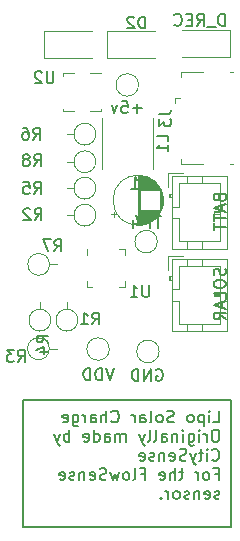
<source format=gbr>
%TF.GenerationSoftware,KiCad,Pcbnew,7.0.2*%
%TF.CreationDate,2024-02-22T17:54:16+01:00*%
%TF.ProjectId,flowsense,666c6f77-7365-46e7-9365-2e6b69636164,rev?*%
%TF.SameCoordinates,Original*%
%TF.FileFunction,Legend,Bot*%
%TF.FilePolarity,Positive*%
%FSLAX46Y46*%
G04 Gerber Fmt 4.6, Leading zero omitted, Abs format (unit mm)*
G04 Created by KiCad (PCBNEW 7.0.2) date 2024-02-22 17:54:16*
%MOMM*%
%LPD*%
G01*
G04 APERTURE LIST*
%ADD10C,0.150000*%
%ADD11C,0.120000*%
G04 APERTURE END LIST*
D10*
X84528614Y-67074419D02*
X85004804Y-67074419D01*
X85004804Y-67074419D02*
X85004804Y-66074419D01*
X84195280Y-67074419D02*
X84195280Y-66407752D01*
X84195280Y-66074419D02*
X84242899Y-66122038D01*
X84242899Y-66122038D02*
X84195280Y-66169657D01*
X84195280Y-66169657D02*
X84147661Y-66122038D01*
X84147661Y-66122038D02*
X84195280Y-66074419D01*
X84195280Y-66074419D02*
X84195280Y-66169657D01*
X83719090Y-66407752D02*
X83719090Y-67407752D01*
X83719090Y-66455371D02*
X83623852Y-66407752D01*
X83623852Y-66407752D02*
X83433376Y-66407752D01*
X83433376Y-66407752D02*
X83338138Y-66455371D01*
X83338138Y-66455371D02*
X83290519Y-66502990D01*
X83290519Y-66502990D02*
X83242900Y-66598228D01*
X83242900Y-66598228D02*
X83242900Y-66883942D01*
X83242900Y-66883942D02*
X83290519Y-66979180D01*
X83290519Y-66979180D02*
X83338138Y-67026800D01*
X83338138Y-67026800D02*
X83433376Y-67074419D01*
X83433376Y-67074419D02*
X83623852Y-67074419D01*
X83623852Y-67074419D02*
X83719090Y-67026800D01*
X82671471Y-67074419D02*
X82766709Y-67026800D01*
X82766709Y-67026800D02*
X82814328Y-66979180D01*
X82814328Y-66979180D02*
X82861947Y-66883942D01*
X82861947Y-66883942D02*
X82861947Y-66598228D01*
X82861947Y-66598228D02*
X82814328Y-66502990D01*
X82814328Y-66502990D02*
X82766709Y-66455371D01*
X82766709Y-66455371D02*
X82671471Y-66407752D01*
X82671471Y-66407752D02*
X82528614Y-66407752D01*
X82528614Y-66407752D02*
X82433376Y-66455371D01*
X82433376Y-66455371D02*
X82385757Y-66502990D01*
X82385757Y-66502990D02*
X82338138Y-66598228D01*
X82338138Y-66598228D02*
X82338138Y-66883942D01*
X82338138Y-66883942D02*
X82385757Y-66979180D01*
X82385757Y-66979180D02*
X82433376Y-67026800D01*
X82433376Y-67026800D02*
X82528614Y-67074419D01*
X82528614Y-67074419D02*
X82671471Y-67074419D01*
X81195280Y-67026800D02*
X81052423Y-67074419D01*
X81052423Y-67074419D02*
X80814328Y-67074419D01*
X80814328Y-67074419D02*
X80719090Y-67026800D01*
X80719090Y-67026800D02*
X80671471Y-66979180D01*
X80671471Y-66979180D02*
X80623852Y-66883942D01*
X80623852Y-66883942D02*
X80623852Y-66788704D01*
X80623852Y-66788704D02*
X80671471Y-66693466D01*
X80671471Y-66693466D02*
X80719090Y-66645847D01*
X80719090Y-66645847D02*
X80814328Y-66598228D01*
X80814328Y-66598228D02*
X81004804Y-66550609D01*
X81004804Y-66550609D02*
X81100042Y-66502990D01*
X81100042Y-66502990D02*
X81147661Y-66455371D01*
X81147661Y-66455371D02*
X81195280Y-66360133D01*
X81195280Y-66360133D02*
X81195280Y-66264895D01*
X81195280Y-66264895D02*
X81147661Y-66169657D01*
X81147661Y-66169657D02*
X81100042Y-66122038D01*
X81100042Y-66122038D02*
X81004804Y-66074419D01*
X81004804Y-66074419D02*
X80766709Y-66074419D01*
X80766709Y-66074419D02*
X80623852Y-66122038D01*
X80052423Y-67074419D02*
X80147661Y-67026800D01*
X80147661Y-67026800D02*
X80195280Y-66979180D01*
X80195280Y-66979180D02*
X80242899Y-66883942D01*
X80242899Y-66883942D02*
X80242899Y-66598228D01*
X80242899Y-66598228D02*
X80195280Y-66502990D01*
X80195280Y-66502990D02*
X80147661Y-66455371D01*
X80147661Y-66455371D02*
X80052423Y-66407752D01*
X80052423Y-66407752D02*
X79909566Y-66407752D01*
X79909566Y-66407752D02*
X79814328Y-66455371D01*
X79814328Y-66455371D02*
X79766709Y-66502990D01*
X79766709Y-66502990D02*
X79719090Y-66598228D01*
X79719090Y-66598228D02*
X79719090Y-66883942D01*
X79719090Y-66883942D02*
X79766709Y-66979180D01*
X79766709Y-66979180D02*
X79814328Y-67026800D01*
X79814328Y-67026800D02*
X79909566Y-67074419D01*
X79909566Y-67074419D02*
X80052423Y-67074419D01*
X79147661Y-67074419D02*
X79242899Y-67026800D01*
X79242899Y-67026800D02*
X79290518Y-66931561D01*
X79290518Y-66931561D02*
X79290518Y-66074419D01*
X78338137Y-67074419D02*
X78338137Y-66550609D01*
X78338137Y-66550609D02*
X78385756Y-66455371D01*
X78385756Y-66455371D02*
X78480994Y-66407752D01*
X78480994Y-66407752D02*
X78671470Y-66407752D01*
X78671470Y-66407752D02*
X78766708Y-66455371D01*
X78338137Y-67026800D02*
X78433375Y-67074419D01*
X78433375Y-67074419D02*
X78671470Y-67074419D01*
X78671470Y-67074419D02*
X78766708Y-67026800D01*
X78766708Y-67026800D02*
X78814327Y-66931561D01*
X78814327Y-66931561D02*
X78814327Y-66836323D01*
X78814327Y-66836323D02*
X78766708Y-66741085D01*
X78766708Y-66741085D02*
X78671470Y-66693466D01*
X78671470Y-66693466D02*
X78433375Y-66693466D01*
X78433375Y-66693466D02*
X78338137Y-66645847D01*
X77861946Y-67074419D02*
X77861946Y-66407752D01*
X77861946Y-66598228D02*
X77814327Y-66502990D01*
X77814327Y-66502990D02*
X77766708Y-66455371D01*
X77766708Y-66455371D02*
X77671470Y-66407752D01*
X77671470Y-66407752D02*
X77576232Y-66407752D01*
X75909565Y-66979180D02*
X75957184Y-67026800D01*
X75957184Y-67026800D02*
X76100041Y-67074419D01*
X76100041Y-67074419D02*
X76195279Y-67074419D01*
X76195279Y-67074419D02*
X76338136Y-67026800D01*
X76338136Y-67026800D02*
X76433374Y-66931561D01*
X76433374Y-66931561D02*
X76480993Y-66836323D01*
X76480993Y-66836323D02*
X76528612Y-66645847D01*
X76528612Y-66645847D02*
X76528612Y-66502990D01*
X76528612Y-66502990D02*
X76480993Y-66312514D01*
X76480993Y-66312514D02*
X76433374Y-66217276D01*
X76433374Y-66217276D02*
X76338136Y-66122038D01*
X76338136Y-66122038D02*
X76195279Y-66074419D01*
X76195279Y-66074419D02*
X76100041Y-66074419D01*
X76100041Y-66074419D02*
X75957184Y-66122038D01*
X75957184Y-66122038D02*
X75909565Y-66169657D01*
X75480993Y-67074419D02*
X75480993Y-66074419D01*
X75052422Y-67074419D02*
X75052422Y-66550609D01*
X75052422Y-66550609D02*
X75100041Y-66455371D01*
X75100041Y-66455371D02*
X75195279Y-66407752D01*
X75195279Y-66407752D02*
X75338136Y-66407752D01*
X75338136Y-66407752D02*
X75433374Y-66455371D01*
X75433374Y-66455371D02*
X75480993Y-66502990D01*
X74147660Y-67074419D02*
X74147660Y-66550609D01*
X74147660Y-66550609D02*
X74195279Y-66455371D01*
X74195279Y-66455371D02*
X74290517Y-66407752D01*
X74290517Y-66407752D02*
X74480993Y-66407752D01*
X74480993Y-66407752D02*
X74576231Y-66455371D01*
X74147660Y-67026800D02*
X74242898Y-67074419D01*
X74242898Y-67074419D02*
X74480993Y-67074419D01*
X74480993Y-67074419D02*
X74576231Y-67026800D01*
X74576231Y-67026800D02*
X74623850Y-66931561D01*
X74623850Y-66931561D02*
X74623850Y-66836323D01*
X74623850Y-66836323D02*
X74576231Y-66741085D01*
X74576231Y-66741085D02*
X74480993Y-66693466D01*
X74480993Y-66693466D02*
X74242898Y-66693466D01*
X74242898Y-66693466D02*
X74147660Y-66645847D01*
X73671469Y-67074419D02*
X73671469Y-66407752D01*
X73671469Y-66598228D02*
X73623850Y-66502990D01*
X73623850Y-66502990D02*
X73576231Y-66455371D01*
X73576231Y-66455371D02*
X73480993Y-66407752D01*
X73480993Y-66407752D02*
X73385755Y-66407752D01*
X72623850Y-66407752D02*
X72623850Y-67217276D01*
X72623850Y-67217276D02*
X72671469Y-67312514D01*
X72671469Y-67312514D02*
X72719088Y-67360133D01*
X72719088Y-67360133D02*
X72814326Y-67407752D01*
X72814326Y-67407752D02*
X72957183Y-67407752D01*
X72957183Y-67407752D02*
X73052421Y-67360133D01*
X72623850Y-67026800D02*
X72719088Y-67074419D01*
X72719088Y-67074419D02*
X72909564Y-67074419D01*
X72909564Y-67074419D02*
X73004802Y-67026800D01*
X73004802Y-67026800D02*
X73052421Y-66979180D01*
X73052421Y-66979180D02*
X73100040Y-66883942D01*
X73100040Y-66883942D02*
X73100040Y-66598228D01*
X73100040Y-66598228D02*
X73052421Y-66502990D01*
X73052421Y-66502990D02*
X73004802Y-66455371D01*
X73004802Y-66455371D02*
X72909564Y-66407752D01*
X72909564Y-66407752D02*
X72719088Y-66407752D01*
X72719088Y-66407752D02*
X72623850Y-66455371D01*
X71766707Y-67026800D02*
X71861945Y-67074419D01*
X71861945Y-67074419D02*
X72052421Y-67074419D01*
X72052421Y-67074419D02*
X72147659Y-67026800D01*
X72147659Y-67026800D02*
X72195278Y-66931561D01*
X72195278Y-66931561D02*
X72195278Y-66550609D01*
X72195278Y-66550609D02*
X72147659Y-66455371D01*
X72147659Y-66455371D02*
X72052421Y-66407752D01*
X72052421Y-66407752D02*
X71861945Y-66407752D01*
X71861945Y-66407752D02*
X71766707Y-66455371D01*
X71766707Y-66455371D02*
X71719088Y-66550609D01*
X71719088Y-66550609D02*
X71719088Y-66645847D01*
X71719088Y-66645847D02*
X72195278Y-66741085D01*
X84814328Y-67694419D02*
X84623852Y-67694419D01*
X84623852Y-67694419D02*
X84528614Y-67742038D01*
X84528614Y-67742038D02*
X84433376Y-67837276D01*
X84433376Y-67837276D02*
X84385757Y-68027752D01*
X84385757Y-68027752D02*
X84385757Y-68361085D01*
X84385757Y-68361085D02*
X84433376Y-68551561D01*
X84433376Y-68551561D02*
X84528614Y-68646800D01*
X84528614Y-68646800D02*
X84623852Y-68694419D01*
X84623852Y-68694419D02*
X84814328Y-68694419D01*
X84814328Y-68694419D02*
X84909566Y-68646800D01*
X84909566Y-68646800D02*
X85004804Y-68551561D01*
X85004804Y-68551561D02*
X85052423Y-68361085D01*
X85052423Y-68361085D02*
X85052423Y-68027752D01*
X85052423Y-68027752D02*
X85004804Y-67837276D01*
X85004804Y-67837276D02*
X84909566Y-67742038D01*
X84909566Y-67742038D02*
X84814328Y-67694419D01*
X83957185Y-68694419D02*
X83957185Y-68027752D01*
X83957185Y-68218228D02*
X83909566Y-68122990D01*
X83909566Y-68122990D02*
X83861947Y-68075371D01*
X83861947Y-68075371D02*
X83766709Y-68027752D01*
X83766709Y-68027752D02*
X83671471Y-68027752D01*
X83338137Y-68694419D02*
X83338137Y-68027752D01*
X83338137Y-67694419D02*
X83385756Y-67742038D01*
X83385756Y-67742038D02*
X83338137Y-67789657D01*
X83338137Y-67789657D02*
X83290518Y-67742038D01*
X83290518Y-67742038D02*
X83338137Y-67694419D01*
X83338137Y-67694419D02*
X83338137Y-67789657D01*
X82433376Y-68027752D02*
X82433376Y-68837276D01*
X82433376Y-68837276D02*
X82480995Y-68932514D01*
X82480995Y-68932514D02*
X82528614Y-68980133D01*
X82528614Y-68980133D02*
X82623852Y-69027752D01*
X82623852Y-69027752D02*
X82766709Y-69027752D01*
X82766709Y-69027752D02*
X82861947Y-68980133D01*
X82433376Y-68646800D02*
X82528614Y-68694419D01*
X82528614Y-68694419D02*
X82719090Y-68694419D01*
X82719090Y-68694419D02*
X82814328Y-68646800D01*
X82814328Y-68646800D02*
X82861947Y-68599180D01*
X82861947Y-68599180D02*
X82909566Y-68503942D01*
X82909566Y-68503942D02*
X82909566Y-68218228D01*
X82909566Y-68218228D02*
X82861947Y-68122990D01*
X82861947Y-68122990D02*
X82814328Y-68075371D01*
X82814328Y-68075371D02*
X82719090Y-68027752D01*
X82719090Y-68027752D02*
X82528614Y-68027752D01*
X82528614Y-68027752D02*
X82433376Y-68075371D01*
X81957185Y-68694419D02*
X81957185Y-68027752D01*
X81957185Y-67694419D02*
X82004804Y-67742038D01*
X82004804Y-67742038D02*
X81957185Y-67789657D01*
X81957185Y-67789657D02*
X81909566Y-67742038D01*
X81909566Y-67742038D02*
X81957185Y-67694419D01*
X81957185Y-67694419D02*
X81957185Y-67789657D01*
X81480995Y-68027752D02*
X81480995Y-68694419D01*
X81480995Y-68122990D02*
X81433376Y-68075371D01*
X81433376Y-68075371D02*
X81338138Y-68027752D01*
X81338138Y-68027752D02*
X81195281Y-68027752D01*
X81195281Y-68027752D02*
X81100043Y-68075371D01*
X81100043Y-68075371D02*
X81052424Y-68170609D01*
X81052424Y-68170609D02*
X81052424Y-68694419D01*
X80147662Y-68694419D02*
X80147662Y-68170609D01*
X80147662Y-68170609D02*
X80195281Y-68075371D01*
X80195281Y-68075371D02*
X80290519Y-68027752D01*
X80290519Y-68027752D02*
X80480995Y-68027752D01*
X80480995Y-68027752D02*
X80576233Y-68075371D01*
X80147662Y-68646800D02*
X80242900Y-68694419D01*
X80242900Y-68694419D02*
X80480995Y-68694419D01*
X80480995Y-68694419D02*
X80576233Y-68646800D01*
X80576233Y-68646800D02*
X80623852Y-68551561D01*
X80623852Y-68551561D02*
X80623852Y-68456323D01*
X80623852Y-68456323D02*
X80576233Y-68361085D01*
X80576233Y-68361085D02*
X80480995Y-68313466D01*
X80480995Y-68313466D02*
X80242900Y-68313466D01*
X80242900Y-68313466D02*
X80147662Y-68265847D01*
X79528614Y-68694419D02*
X79623852Y-68646800D01*
X79623852Y-68646800D02*
X79671471Y-68551561D01*
X79671471Y-68551561D02*
X79671471Y-67694419D01*
X79004804Y-68694419D02*
X79100042Y-68646800D01*
X79100042Y-68646800D02*
X79147661Y-68551561D01*
X79147661Y-68551561D02*
X79147661Y-67694419D01*
X78719089Y-68027752D02*
X78480994Y-68694419D01*
X78242899Y-68027752D02*
X78480994Y-68694419D01*
X78480994Y-68694419D02*
X78576232Y-68932514D01*
X78576232Y-68932514D02*
X78623851Y-68980133D01*
X78623851Y-68980133D02*
X78719089Y-69027752D01*
X77100041Y-68694419D02*
X77100041Y-68027752D01*
X77100041Y-68122990D02*
X77052422Y-68075371D01*
X77052422Y-68075371D02*
X76957184Y-68027752D01*
X76957184Y-68027752D02*
X76814327Y-68027752D01*
X76814327Y-68027752D02*
X76719089Y-68075371D01*
X76719089Y-68075371D02*
X76671470Y-68170609D01*
X76671470Y-68170609D02*
X76671470Y-68694419D01*
X76671470Y-68170609D02*
X76623851Y-68075371D01*
X76623851Y-68075371D02*
X76528613Y-68027752D01*
X76528613Y-68027752D02*
X76385756Y-68027752D01*
X76385756Y-68027752D02*
X76290517Y-68075371D01*
X76290517Y-68075371D02*
X76242898Y-68170609D01*
X76242898Y-68170609D02*
X76242898Y-68694419D01*
X75338137Y-68694419D02*
X75338137Y-68170609D01*
X75338137Y-68170609D02*
X75385756Y-68075371D01*
X75385756Y-68075371D02*
X75480994Y-68027752D01*
X75480994Y-68027752D02*
X75671470Y-68027752D01*
X75671470Y-68027752D02*
X75766708Y-68075371D01*
X75338137Y-68646800D02*
X75433375Y-68694419D01*
X75433375Y-68694419D02*
X75671470Y-68694419D01*
X75671470Y-68694419D02*
X75766708Y-68646800D01*
X75766708Y-68646800D02*
X75814327Y-68551561D01*
X75814327Y-68551561D02*
X75814327Y-68456323D01*
X75814327Y-68456323D02*
X75766708Y-68361085D01*
X75766708Y-68361085D02*
X75671470Y-68313466D01*
X75671470Y-68313466D02*
X75433375Y-68313466D01*
X75433375Y-68313466D02*
X75338137Y-68265847D01*
X74433375Y-68694419D02*
X74433375Y-67694419D01*
X74433375Y-68646800D02*
X74528613Y-68694419D01*
X74528613Y-68694419D02*
X74719089Y-68694419D01*
X74719089Y-68694419D02*
X74814327Y-68646800D01*
X74814327Y-68646800D02*
X74861946Y-68599180D01*
X74861946Y-68599180D02*
X74909565Y-68503942D01*
X74909565Y-68503942D02*
X74909565Y-68218228D01*
X74909565Y-68218228D02*
X74861946Y-68122990D01*
X74861946Y-68122990D02*
X74814327Y-68075371D01*
X74814327Y-68075371D02*
X74719089Y-68027752D01*
X74719089Y-68027752D02*
X74528613Y-68027752D01*
X74528613Y-68027752D02*
X74433375Y-68075371D01*
X73576232Y-68646800D02*
X73671470Y-68694419D01*
X73671470Y-68694419D02*
X73861946Y-68694419D01*
X73861946Y-68694419D02*
X73957184Y-68646800D01*
X73957184Y-68646800D02*
X74004803Y-68551561D01*
X74004803Y-68551561D02*
X74004803Y-68170609D01*
X74004803Y-68170609D02*
X73957184Y-68075371D01*
X73957184Y-68075371D02*
X73861946Y-68027752D01*
X73861946Y-68027752D02*
X73671470Y-68027752D01*
X73671470Y-68027752D02*
X73576232Y-68075371D01*
X73576232Y-68075371D02*
X73528613Y-68170609D01*
X73528613Y-68170609D02*
X73528613Y-68265847D01*
X73528613Y-68265847D02*
X74004803Y-68361085D01*
X72338136Y-68694419D02*
X72338136Y-67694419D01*
X72338136Y-68075371D02*
X72242898Y-68027752D01*
X72242898Y-68027752D02*
X72052422Y-68027752D01*
X72052422Y-68027752D02*
X71957184Y-68075371D01*
X71957184Y-68075371D02*
X71909565Y-68122990D01*
X71909565Y-68122990D02*
X71861946Y-68218228D01*
X71861946Y-68218228D02*
X71861946Y-68503942D01*
X71861946Y-68503942D02*
X71909565Y-68599180D01*
X71909565Y-68599180D02*
X71957184Y-68646800D01*
X71957184Y-68646800D02*
X72052422Y-68694419D01*
X72052422Y-68694419D02*
X72242898Y-68694419D01*
X72242898Y-68694419D02*
X72338136Y-68646800D01*
X71528612Y-68027752D02*
X71290517Y-68694419D01*
X71052422Y-68027752D02*
X71290517Y-68694419D01*
X71290517Y-68694419D02*
X71385755Y-68932514D01*
X71385755Y-68932514D02*
X71433374Y-68980133D01*
X71433374Y-68980133D02*
X71528612Y-69027752D01*
X84433376Y-70219180D02*
X84480995Y-70266800D01*
X84480995Y-70266800D02*
X84623852Y-70314419D01*
X84623852Y-70314419D02*
X84719090Y-70314419D01*
X84719090Y-70314419D02*
X84861947Y-70266800D01*
X84861947Y-70266800D02*
X84957185Y-70171561D01*
X84957185Y-70171561D02*
X85004804Y-70076323D01*
X85004804Y-70076323D02*
X85052423Y-69885847D01*
X85052423Y-69885847D02*
X85052423Y-69742990D01*
X85052423Y-69742990D02*
X85004804Y-69552514D01*
X85004804Y-69552514D02*
X84957185Y-69457276D01*
X84957185Y-69457276D02*
X84861947Y-69362038D01*
X84861947Y-69362038D02*
X84719090Y-69314419D01*
X84719090Y-69314419D02*
X84623852Y-69314419D01*
X84623852Y-69314419D02*
X84480995Y-69362038D01*
X84480995Y-69362038D02*
X84433376Y-69409657D01*
X84004804Y-70314419D02*
X84004804Y-69647752D01*
X84004804Y-69314419D02*
X84052423Y-69362038D01*
X84052423Y-69362038D02*
X84004804Y-69409657D01*
X84004804Y-69409657D02*
X83957185Y-69362038D01*
X83957185Y-69362038D02*
X84004804Y-69314419D01*
X84004804Y-69314419D02*
X84004804Y-69409657D01*
X83671471Y-69647752D02*
X83290519Y-69647752D01*
X83528614Y-69314419D02*
X83528614Y-70171561D01*
X83528614Y-70171561D02*
X83480995Y-70266800D01*
X83480995Y-70266800D02*
X83385757Y-70314419D01*
X83385757Y-70314419D02*
X83290519Y-70314419D01*
X83052423Y-69647752D02*
X82814328Y-70314419D01*
X82576233Y-69647752D02*
X82814328Y-70314419D01*
X82814328Y-70314419D02*
X82909566Y-70552514D01*
X82909566Y-70552514D02*
X82957185Y-70600133D01*
X82957185Y-70600133D02*
X83052423Y-70647752D01*
X82242899Y-70266800D02*
X82100042Y-70314419D01*
X82100042Y-70314419D02*
X81861947Y-70314419D01*
X81861947Y-70314419D02*
X81766709Y-70266800D01*
X81766709Y-70266800D02*
X81719090Y-70219180D01*
X81719090Y-70219180D02*
X81671471Y-70123942D01*
X81671471Y-70123942D02*
X81671471Y-70028704D01*
X81671471Y-70028704D02*
X81719090Y-69933466D01*
X81719090Y-69933466D02*
X81766709Y-69885847D01*
X81766709Y-69885847D02*
X81861947Y-69838228D01*
X81861947Y-69838228D02*
X82052423Y-69790609D01*
X82052423Y-69790609D02*
X82147661Y-69742990D01*
X82147661Y-69742990D02*
X82195280Y-69695371D01*
X82195280Y-69695371D02*
X82242899Y-69600133D01*
X82242899Y-69600133D02*
X82242899Y-69504895D01*
X82242899Y-69504895D02*
X82195280Y-69409657D01*
X82195280Y-69409657D02*
X82147661Y-69362038D01*
X82147661Y-69362038D02*
X82052423Y-69314419D01*
X82052423Y-69314419D02*
X81814328Y-69314419D01*
X81814328Y-69314419D02*
X81671471Y-69362038D01*
X80861947Y-70266800D02*
X80957185Y-70314419D01*
X80957185Y-70314419D02*
X81147661Y-70314419D01*
X81147661Y-70314419D02*
X81242899Y-70266800D01*
X81242899Y-70266800D02*
X81290518Y-70171561D01*
X81290518Y-70171561D02*
X81290518Y-69790609D01*
X81290518Y-69790609D02*
X81242899Y-69695371D01*
X81242899Y-69695371D02*
X81147661Y-69647752D01*
X81147661Y-69647752D02*
X80957185Y-69647752D01*
X80957185Y-69647752D02*
X80861947Y-69695371D01*
X80861947Y-69695371D02*
X80814328Y-69790609D01*
X80814328Y-69790609D02*
X80814328Y-69885847D01*
X80814328Y-69885847D02*
X81290518Y-69981085D01*
X80385756Y-69647752D02*
X80385756Y-70314419D01*
X80385756Y-69742990D02*
X80338137Y-69695371D01*
X80338137Y-69695371D02*
X80242899Y-69647752D01*
X80242899Y-69647752D02*
X80100042Y-69647752D01*
X80100042Y-69647752D02*
X80004804Y-69695371D01*
X80004804Y-69695371D02*
X79957185Y-69790609D01*
X79957185Y-69790609D02*
X79957185Y-70314419D01*
X79528613Y-70266800D02*
X79433375Y-70314419D01*
X79433375Y-70314419D02*
X79242899Y-70314419D01*
X79242899Y-70314419D02*
X79147661Y-70266800D01*
X79147661Y-70266800D02*
X79100042Y-70171561D01*
X79100042Y-70171561D02*
X79100042Y-70123942D01*
X79100042Y-70123942D02*
X79147661Y-70028704D01*
X79147661Y-70028704D02*
X79242899Y-69981085D01*
X79242899Y-69981085D02*
X79385756Y-69981085D01*
X79385756Y-69981085D02*
X79480994Y-69933466D01*
X79480994Y-69933466D02*
X79528613Y-69838228D01*
X79528613Y-69838228D02*
X79528613Y-69790609D01*
X79528613Y-69790609D02*
X79480994Y-69695371D01*
X79480994Y-69695371D02*
X79385756Y-69647752D01*
X79385756Y-69647752D02*
X79242899Y-69647752D01*
X79242899Y-69647752D02*
X79147661Y-69695371D01*
X78290518Y-70266800D02*
X78385756Y-70314419D01*
X78385756Y-70314419D02*
X78576232Y-70314419D01*
X78576232Y-70314419D02*
X78671470Y-70266800D01*
X78671470Y-70266800D02*
X78719089Y-70171561D01*
X78719089Y-70171561D02*
X78719089Y-69790609D01*
X78719089Y-69790609D02*
X78671470Y-69695371D01*
X78671470Y-69695371D02*
X78576232Y-69647752D01*
X78576232Y-69647752D02*
X78385756Y-69647752D01*
X78385756Y-69647752D02*
X78290518Y-69695371D01*
X78290518Y-69695371D02*
X78242899Y-69790609D01*
X78242899Y-69790609D02*
X78242899Y-69885847D01*
X78242899Y-69885847D02*
X78719089Y-69981085D01*
X84671471Y-71410609D02*
X85004804Y-71410609D01*
X85004804Y-71934419D02*
X85004804Y-70934419D01*
X85004804Y-70934419D02*
X84528614Y-70934419D01*
X84004804Y-71934419D02*
X84100042Y-71886800D01*
X84100042Y-71886800D02*
X84147661Y-71839180D01*
X84147661Y-71839180D02*
X84195280Y-71743942D01*
X84195280Y-71743942D02*
X84195280Y-71458228D01*
X84195280Y-71458228D02*
X84147661Y-71362990D01*
X84147661Y-71362990D02*
X84100042Y-71315371D01*
X84100042Y-71315371D02*
X84004804Y-71267752D01*
X84004804Y-71267752D02*
X83861947Y-71267752D01*
X83861947Y-71267752D02*
X83766709Y-71315371D01*
X83766709Y-71315371D02*
X83719090Y-71362990D01*
X83719090Y-71362990D02*
X83671471Y-71458228D01*
X83671471Y-71458228D02*
X83671471Y-71743942D01*
X83671471Y-71743942D02*
X83719090Y-71839180D01*
X83719090Y-71839180D02*
X83766709Y-71886800D01*
X83766709Y-71886800D02*
X83861947Y-71934419D01*
X83861947Y-71934419D02*
X84004804Y-71934419D01*
X83242899Y-71934419D02*
X83242899Y-71267752D01*
X83242899Y-71458228D02*
X83195280Y-71362990D01*
X83195280Y-71362990D02*
X83147661Y-71315371D01*
X83147661Y-71315371D02*
X83052423Y-71267752D01*
X83052423Y-71267752D02*
X82957185Y-71267752D01*
X82004803Y-71267752D02*
X81623851Y-71267752D01*
X81861946Y-70934419D02*
X81861946Y-71791561D01*
X81861946Y-71791561D02*
X81814327Y-71886800D01*
X81814327Y-71886800D02*
X81719089Y-71934419D01*
X81719089Y-71934419D02*
X81623851Y-71934419D01*
X81290517Y-71934419D02*
X81290517Y-70934419D01*
X80861946Y-71934419D02*
X80861946Y-71410609D01*
X80861946Y-71410609D02*
X80909565Y-71315371D01*
X80909565Y-71315371D02*
X81004803Y-71267752D01*
X81004803Y-71267752D02*
X81147660Y-71267752D01*
X81147660Y-71267752D02*
X81242898Y-71315371D01*
X81242898Y-71315371D02*
X81290517Y-71362990D01*
X80004803Y-71886800D02*
X80100041Y-71934419D01*
X80100041Y-71934419D02*
X80290517Y-71934419D01*
X80290517Y-71934419D02*
X80385755Y-71886800D01*
X80385755Y-71886800D02*
X80433374Y-71791561D01*
X80433374Y-71791561D02*
X80433374Y-71410609D01*
X80433374Y-71410609D02*
X80385755Y-71315371D01*
X80385755Y-71315371D02*
X80290517Y-71267752D01*
X80290517Y-71267752D02*
X80100041Y-71267752D01*
X80100041Y-71267752D02*
X80004803Y-71315371D01*
X80004803Y-71315371D02*
X79957184Y-71410609D01*
X79957184Y-71410609D02*
X79957184Y-71505847D01*
X79957184Y-71505847D02*
X80433374Y-71601085D01*
X78433374Y-71410609D02*
X78766707Y-71410609D01*
X78766707Y-71934419D02*
X78766707Y-70934419D01*
X78766707Y-70934419D02*
X78290517Y-70934419D01*
X77766707Y-71934419D02*
X77861945Y-71886800D01*
X77861945Y-71886800D02*
X77909564Y-71791561D01*
X77909564Y-71791561D02*
X77909564Y-70934419D01*
X77242897Y-71934419D02*
X77338135Y-71886800D01*
X77338135Y-71886800D02*
X77385754Y-71839180D01*
X77385754Y-71839180D02*
X77433373Y-71743942D01*
X77433373Y-71743942D02*
X77433373Y-71458228D01*
X77433373Y-71458228D02*
X77385754Y-71362990D01*
X77385754Y-71362990D02*
X77338135Y-71315371D01*
X77338135Y-71315371D02*
X77242897Y-71267752D01*
X77242897Y-71267752D02*
X77100040Y-71267752D01*
X77100040Y-71267752D02*
X77004802Y-71315371D01*
X77004802Y-71315371D02*
X76957183Y-71362990D01*
X76957183Y-71362990D02*
X76909564Y-71458228D01*
X76909564Y-71458228D02*
X76909564Y-71743942D01*
X76909564Y-71743942D02*
X76957183Y-71839180D01*
X76957183Y-71839180D02*
X77004802Y-71886800D01*
X77004802Y-71886800D02*
X77100040Y-71934419D01*
X77100040Y-71934419D02*
X77242897Y-71934419D01*
X76576230Y-71267752D02*
X76385754Y-71934419D01*
X76385754Y-71934419D02*
X76195278Y-71458228D01*
X76195278Y-71458228D02*
X76004802Y-71934419D01*
X76004802Y-71934419D02*
X75814326Y-71267752D01*
X75480992Y-71886800D02*
X75338135Y-71934419D01*
X75338135Y-71934419D02*
X75100040Y-71934419D01*
X75100040Y-71934419D02*
X75004802Y-71886800D01*
X75004802Y-71886800D02*
X74957183Y-71839180D01*
X74957183Y-71839180D02*
X74909564Y-71743942D01*
X74909564Y-71743942D02*
X74909564Y-71648704D01*
X74909564Y-71648704D02*
X74957183Y-71553466D01*
X74957183Y-71553466D02*
X75004802Y-71505847D01*
X75004802Y-71505847D02*
X75100040Y-71458228D01*
X75100040Y-71458228D02*
X75290516Y-71410609D01*
X75290516Y-71410609D02*
X75385754Y-71362990D01*
X75385754Y-71362990D02*
X75433373Y-71315371D01*
X75433373Y-71315371D02*
X75480992Y-71220133D01*
X75480992Y-71220133D02*
X75480992Y-71124895D01*
X75480992Y-71124895D02*
X75433373Y-71029657D01*
X75433373Y-71029657D02*
X75385754Y-70982038D01*
X75385754Y-70982038D02*
X75290516Y-70934419D01*
X75290516Y-70934419D02*
X75052421Y-70934419D01*
X75052421Y-70934419D02*
X74909564Y-70982038D01*
X74100040Y-71886800D02*
X74195278Y-71934419D01*
X74195278Y-71934419D02*
X74385754Y-71934419D01*
X74385754Y-71934419D02*
X74480992Y-71886800D01*
X74480992Y-71886800D02*
X74528611Y-71791561D01*
X74528611Y-71791561D02*
X74528611Y-71410609D01*
X74528611Y-71410609D02*
X74480992Y-71315371D01*
X74480992Y-71315371D02*
X74385754Y-71267752D01*
X74385754Y-71267752D02*
X74195278Y-71267752D01*
X74195278Y-71267752D02*
X74100040Y-71315371D01*
X74100040Y-71315371D02*
X74052421Y-71410609D01*
X74052421Y-71410609D02*
X74052421Y-71505847D01*
X74052421Y-71505847D02*
X74528611Y-71601085D01*
X73623849Y-71267752D02*
X73623849Y-71934419D01*
X73623849Y-71362990D02*
X73576230Y-71315371D01*
X73576230Y-71315371D02*
X73480992Y-71267752D01*
X73480992Y-71267752D02*
X73338135Y-71267752D01*
X73338135Y-71267752D02*
X73242897Y-71315371D01*
X73242897Y-71315371D02*
X73195278Y-71410609D01*
X73195278Y-71410609D02*
X73195278Y-71934419D01*
X72766706Y-71886800D02*
X72671468Y-71934419D01*
X72671468Y-71934419D02*
X72480992Y-71934419D01*
X72480992Y-71934419D02*
X72385754Y-71886800D01*
X72385754Y-71886800D02*
X72338135Y-71791561D01*
X72338135Y-71791561D02*
X72338135Y-71743942D01*
X72338135Y-71743942D02*
X72385754Y-71648704D01*
X72385754Y-71648704D02*
X72480992Y-71601085D01*
X72480992Y-71601085D02*
X72623849Y-71601085D01*
X72623849Y-71601085D02*
X72719087Y-71553466D01*
X72719087Y-71553466D02*
X72766706Y-71458228D01*
X72766706Y-71458228D02*
X72766706Y-71410609D01*
X72766706Y-71410609D02*
X72719087Y-71315371D01*
X72719087Y-71315371D02*
X72623849Y-71267752D01*
X72623849Y-71267752D02*
X72480992Y-71267752D01*
X72480992Y-71267752D02*
X72385754Y-71315371D01*
X71528611Y-71886800D02*
X71623849Y-71934419D01*
X71623849Y-71934419D02*
X71814325Y-71934419D01*
X71814325Y-71934419D02*
X71909563Y-71886800D01*
X71909563Y-71886800D02*
X71957182Y-71791561D01*
X71957182Y-71791561D02*
X71957182Y-71410609D01*
X71957182Y-71410609D02*
X71909563Y-71315371D01*
X71909563Y-71315371D02*
X71814325Y-71267752D01*
X71814325Y-71267752D02*
X71623849Y-71267752D01*
X71623849Y-71267752D02*
X71528611Y-71315371D01*
X71528611Y-71315371D02*
X71480992Y-71410609D01*
X71480992Y-71410609D02*
X71480992Y-71505847D01*
X71480992Y-71505847D02*
X71957182Y-71601085D01*
X85052423Y-73506800D02*
X84957185Y-73554419D01*
X84957185Y-73554419D02*
X84766709Y-73554419D01*
X84766709Y-73554419D02*
X84671471Y-73506800D01*
X84671471Y-73506800D02*
X84623852Y-73411561D01*
X84623852Y-73411561D02*
X84623852Y-73363942D01*
X84623852Y-73363942D02*
X84671471Y-73268704D01*
X84671471Y-73268704D02*
X84766709Y-73221085D01*
X84766709Y-73221085D02*
X84909566Y-73221085D01*
X84909566Y-73221085D02*
X85004804Y-73173466D01*
X85004804Y-73173466D02*
X85052423Y-73078228D01*
X85052423Y-73078228D02*
X85052423Y-73030609D01*
X85052423Y-73030609D02*
X85004804Y-72935371D01*
X85004804Y-72935371D02*
X84909566Y-72887752D01*
X84909566Y-72887752D02*
X84766709Y-72887752D01*
X84766709Y-72887752D02*
X84671471Y-72935371D01*
X83814328Y-73506800D02*
X83909566Y-73554419D01*
X83909566Y-73554419D02*
X84100042Y-73554419D01*
X84100042Y-73554419D02*
X84195280Y-73506800D01*
X84195280Y-73506800D02*
X84242899Y-73411561D01*
X84242899Y-73411561D02*
X84242899Y-73030609D01*
X84242899Y-73030609D02*
X84195280Y-72935371D01*
X84195280Y-72935371D02*
X84100042Y-72887752D01*
X84100042Y-72887752D02*
X83909566Y-72887752D01*
X83909566Y-72887752D02*
X83814328Y-72935371D01*
X83814328Y-72935371D02*
X83766709Y-73030609D01*
X83766709Y-73030609D02*
X83766709Y-73125847D01*
X83766709Y-73125847D02*
X84242899Y-73221085D01*
X83338137Y-72887752D02*
X83338137Y-73554419D01*
X83338137Y-72982990D02*
X83290518Y-72935371D01*
X83290518Y-72935371D02*
X83195280Y-72887752D01*
X83195280Y-72887752D02*
X83052423Y-72887752D01*
X83052423Y-72887752D02*
X82957185Y-72935371D01*
X82957185Y-72935371D02*
X82909566Y-73030609D01*
X82909566Y-73030609D02*
X82909566Y-73554419D01*
X82480994Y-73506800D02*
X82385756Y-73554419D01*
X82385756Y-73554419D02*
X82195280Y-73554419D01*
X82195280Y-73554419D02*
X82100042Y-73506800D01*
X82100042Y-73506800D02*
X82052423Y-73411561D01*
X82052423Y-73411561D02*
X82052423Y-73363942D01*
X82052423Y-73363942D02*
X82100042Y-73268704D01*
X82100042Y-73268704D02*
X82195280Y-73221085D01*
X82195280Y-73221085D02*
X82338137Y-73221085D01*
X82338137Y-73221085D02*
X82433375Y-73173466D01*
X82433375Y-73173466D02*
X82480994Y-73078228D01*
X82480994Y-73078228D02*
X82480994Y-73030609D01*
X82480994Y-73030609D02*
X82433375Y-72935371D01*
X82433375Y-72935371D02*
X82338137Y-72887752D01*
X82338137Y-72887752D02*
X82195280Y-72887752D01*
X82195280Y-72887752D02*
X82100042Y-72935371D01*
X81480994Y-73554419D02*
X81576232Y-73506800D01*
X81576232Y-73506800D02*
X81623851Y-73459180D01*
X81623851Y-73459180D02*
X81671470Y-73363942D01*
X81671470Y-73363942D02*
X81671470Y-73078228D01*
X81671470Y-73078228D02*
X81623851Y-72982990D01*
X81623851Y-72982990D02*
X81576232Y-72935371D01*
X81576232Y-72935371D02*
X81480994Y-72887752D01*
X81480994Y-72887752D02*
X81338137Y-72887752D01*
X81338137Y-72887752D02*
X81242899Y-72935371D01*
X81242899Y-72935371D02*
X81195280Y-72982990D01*
X81195280Y-72982990D02*
X81147661Y-73078228D01*
X81147661Y-73078228D02*
X81147661Y-73363942D01*
X81147661Y-73363942D02*
X81195280Y-73459180D01*
X81195280Y-73459180D02*
X81242899Y-73506800D01*
X81242899Y-73506800D02*
X81338137Y-73554419D01*
X81338137Y-73554419D02*
X81480994Y-73554419D01*
X80719089Y-73554419D02*
X80719089Y-72887752D01*
X80719089Y-73078228D02*
X80671470Y-72982990D01*
X80671470Y-72982990D02*
X80623851Y-72935371D01*
X80623851Y-72935371D02*
X80528613Y-72887752D01*
X80528613Y-72887752D02*
X80433375Y-72887752D01*
X80100041Y-73459180D02*
X80052422Y-73506800D01*
X80052422Y-73506800D02*
X80100041Y-73554419D01*
X80100041Y-73554419D02*
X80147660Y-73506800D01*
X80147660Y-73506800D02*
X80100041Y-73459180D01*
X80100041Y-73459180D02*
X80100041Y-73554419D01*
X68414900Y-65201800D02*
X86067900Y-65201800D01*
X86067900Y-75946000D01*
X68414900Y-75946000D01*
X68414900Y-65201800D01*
%TO.C,R8*%
X69356266Y-45369819D02*
X69689599Y-44893628D01*
X69927694Y-45369819D02*
X69927694Y-44369819D01*
X69927694Y-44369819D02*
X69546742Y-44369819D01*
X69546742Y-44369819D02*
X69451504Y-44417438D01*
X69451504Y-44417438D02*
X69403885Y-44465057D01*
X69403885Y-44465057D02*
X69356266Y-44560295D01*
X69356266Y-44560295D02*
X69356266Y-44703152D01*
X69356266Y-44703152D02*
X69403885Y-44798390D01*
X69403885Y-44798390D02*
X69451504Y-44846009D01*
X69451504Y-44846009D02*
X69546742Y-44893628D01*
X69546742Y-44893628D02*
X69927694Y-44893628D01*
X68784837Y-44798390D02*
X68880075Y-44750771D01*
X68880075Y-44750771D02*
X68927694Y-44703152D01*
X68927694Y-44703152D02*
X68975313Y-44607914D01*
X68975313Y-44607914D02*
X68975313Y-44560295D01*
X68975313Y-44560295D02*
X68927694Y-44465057D01*
X68927694Y-44465057D02*
X68880075Y-44417438D01*
X68880075Y-44417438D02*
X68784837Y-44369819D01*
X68784837Y-44369819D02*
X68594361Y-44369819D01*
X68594361Y-44369819D02*
X68499123Y-44417438D01*
X68499123Y-44417438D02*
X68451504Y-44465057D01*
X68451504Y-44465057D02*
X68403885Y-44560295D01*
X68403885Y-44560295D02*
X68403885Y-44607914D01*
X68403885Y-44607914D02*
X68451504Y-44703152D01*
X68451504Y-44703152D02*
X68499123Y-44750771D01*
X68499123Y-44750771D02*
X68594361Y-44798390D01*
X68594361Y-44798390D02*
X68784837Y-44798390D01*
X68784837Y-44798390D02*
X68880075Y-44846009D01*
X68880075Y-44846009D02*
X68927694Y-44893628D01*
X68927694Y-44893628D02*
X68975313Y-44988866D01*
X68975313Y-44988866D02*
X68975313Y-45179342D01*
X68975313Y-45179342D02*
X68927694Y-45274580D01*
X68927694Y-45274580D02*
X68880075Y-45322200D01*
X68880075Y-45322200D02*
X68784837Y-45369819D01*
X68784837Y-45369819D02*
X68594361Y-45369819D01*
X68594361Y-45369819D02*
X68499123Y-45322200D01*
X68499123Y-45322200D02*
X68451504Y-45274580D01*
X68451504Y-45274580D02*
X68403885Y-45179342D01*
X68403885Y-45179342D02*
X68403885Y-44988866D01*
X68403885Y-44988866D02*
X68451504Y-44893628D01*
X68451504Y-44893628D02*
X68499123Y-44846009D01*
X68499123Y-44846009D02*
X68594361Y-44798390D01*
%TO.C,D2*%
X78766894Y-33711219D02*
X78766894Y-32711219D01*
X78766894Y-32711219D02*
X78528799Y-32711219D01*
X78528799Y-32711219D02*
X78385942Y-32758838D01*
X78385942Y-32758838D02*
X78290704Y-32854076D01*
X78290704Y-32854076D02*
X78243085Y-32949314D01*
X78243085Y-32949314D02*
X78195466Y-33139790D01*
X78195466Y-33139790D02*
X78195466Y-33282647D01*
X78195466Y-33282647D02*
X78243085Y-33473123D01*
X78243085Y-33473123D02*
X78290704Y-33568361D01*
X78290704Y-33568361D02*
X78385942Y-33663600D01*
X78385942Y-33663600D02*
X78528799Y-33711219D01*
X78528799Y-33711219D02*
X78766894Y-33711219D01*
X77814513Y-32806457D02*
X77766894Y-32758838D01*
X77766894Y-32758838D02*
X77671656Y-32711219D01*
X77671656Y-32711219D02*
X77433561Y-32711219D01*
X77433561Y-32711219D02*
X77338323Y-32758838D01*
X77338323Y-32758838D02*
X77290704Y-32806457D01*
X77290704Y-32806457D02*
X77243085Y-32901695D01*
X77243085Y-32901695D02*
X77243085Y-32996933D01*
X77243085Y-32996933D02*
X77290704Y-33139790D01*
X77290704Y-33139790D02*
X77862132Y-33711219D01*
X77862132Y-33711219D02*
X77243085Y-33711219D01*
%TO.C,R6*%
X69305466Y-43134619D02*
X69638799Y-42658428D01*
X69876894Y-43134619D02*
X69876894Y-42134619D01*
X69876894Y-42134619D02*
X69495942Y-42134619D01*
X69495942Y-42134619D02*
X69400704Y-42182238D01*
X69400704Y-42182238D02*
X69353085Y-42229857D01*
X69353085Y-42229857D02*
X69305466Y-42325095D01*
X69305466Y-42325095D02*
X69305466Y-42467952D01*
X69305466Y-42467952D02*
X69353085Y-42563190D01*
X69353085Y-42563190D02*
X69400704Y-42610809D01*
X69400704Y-42610809D02*
X69495942Y-42658428D01*
X69495942Y-42658428D02*
X69876894Y-42658428D01*
X68448323Y-42134619D02*
X68638799Y-42134619D01*
X68638799Y-42134619D02*
X68734037Y-42182238D01*
X68734037Y-42182238D02*
X68781656Y-42229857D01*
X68781656Y-42229857D02*
X68876894Y-42372714D01*
X68876894Y-42372714D02*
X68924513Y-42563190D01*
X68924513Y-42563190D02*
X68924513Y-42944142D01*
X68924513Y-42944142D02*
X68876894Y-43039380D01*
X68876894Y-43039380D02*
X68829275Y-43087000D01*
X68829275Y-43087000D02*
X68734037Y-43134619D01*
X68734037Y-43134619D02*
X68543561Y-43134619D01*
X68543561Y-43134619D02*
X68448323Y-43087000D01*
X68448323Y-43087000D02*
X68400704Y-43039380D01*
X68400704Y-43039380D02*
X68353085Y-42944142D01*
X68353085Y-42944142D02*
X68353085Y-42706047D01*
X68353085Y-42706047D02*
X68400704Y-42610809D01*
X68400704Y-42610809D02*
X68448323Y-42563190D01*
X68448323Y-42563190D02*
X68543561Y-42515571D01*
X68543561Y-42515571D02*
X68734037Y-42515571D01*
X68734037Y-42515571D02*
X68829275Y-42563190D01*
X68829275Y-42563190D02*
X68876894Y-42610809D01*
X68876894Y-42610809D02*
X68924513Y-42706047D01*
%TO.C,R4*%
X70566619Y-60285333D02*
X70090428Y-59952000D01*
X70566619Y-59713905D02*
X69566619Y-59713905D01*
X69566619Y-59713905D02*
X69566619Y-60094857D01*
X69566619Y-60094857D02*
X69614238Y-60190095D01*
X69614238Y-60190095D02*
X69661857Y-60237714D01*
X69661857Y-60237714D02*
X69757095Y-60285333D01*
X69757095Y-60285333D02*
X69899952Y-60285333D01*
X69899952Y-60285333D02*
X69995190Y-60237714D01*
X69995190Y-60237714D02*
X70042809Y-60190095D01*
X70042809Y-60190095D02*
X70090428Y-60094857D01*
X70090428Y-60094857D02*
X70090428Y-59713905D01*
X69899952Y-61142476D02*
X70566619Y-61142476D01*
X69519000Y-60904381D02*
X70233285Y-60666286D01*
X70233285Y-60666286D02*
X70233285Y-61285333D01*
%TO.C,J3*%
X79948619Y-40981666D02*
X80662904Y-40981666D01*
X80662904Y-40981666D02*
X80805761Y-40934047D01*
X80805761Y-40934047D02*
X80901000Y-40838809D01*
X80901000Y-40838809D02*
X80948619Y-40695952D01*
X80948619Y-40695952D02*
X80948619Y-40600714D01*
X79948619Y-41362619D02*
X79948619Y-41981666D01*
X79948619Y-41981666D02*
X80329571Y-41648333D01*
X80329571Y-41648333D02*
X80329571Y-41791190D01*
X80329571Y-41791190D02*
X80377190Y-41886428D01*
X80377190Y-41886428D02*
X80424809Y-41934047D01*
X80424809Y-41934047D02*
X80520047Y-41981666D01*
X80520047Y-41981666D02*
X80758142Y-41981666D01*
X80758142Y-41981666D02*
X80853380Y-41934047D01*
X80853380Y-41934047D02*
X80901000Y-41886428D01*
X80901000Y-41886428D02*
X80948619Y-41791190D01*
X80948619Y-41791190D02*
X80948619Y-41505476D01*
X80948619Y-41505476D02*
X80901000Y-41410238D01*
X80901000Y-41410238D02*
X80853380Y-41362619D01*
%TO.C,U1*%
X79095504Y-55444219D02*
X79095504Y-56253742D01*
X79095504Y-56253742D02*
X79047885Y-56348980D01*
X79047885Y-56348980D02*
X79000266Y-56396600D01*
X79000266Y-56396600D02*
X78905028Y-56444219D01*
X78905028Y-56444219D02*
X78714552Y-56444219D01*
X78714552Y-56444219D02*
X78619314Y-56396600D01*
X78619314Y-56396600D02*
X78571695Y-56348980D01*
X78571695Y-56348980D02*
X78524076Y-56253742D01*
X78524076Y-56253742D02*
X78524076Y-55444219D01*
X77524076Y-56444219D02*
X78095504Y-56444219D01*
X77809790Y-56444219D02*
X77809790Y-55444219D01*
X77809790Y-55444219D02*
X77905028Y-55587076D01*
X77905028Y-55587076D02*
X78000266Y-55682314D01*
X78000266Y-55682314D02*
X78095504Y-55729933D01*
%TO.C,R2*%
X69407066Y-49941819D02*
X69740399Y-49465628D01*
X69978494Y-49941819D02*
X69978494Y-48941819D01*
X69978494Y-48941819D02*
X69597542Y-48941819D01*
X69597542Y-48941819D02*
X69502304Y-48989438D01*
X69502304Y-48989438D02*
X69454685Y-49037057D01*
X69454685Y-49037057D02*
X69407066Y-49132295D01*
X69407066Y-49132295D02*
X69407066Y-49275152D01*
X69407066Y-49275152D02*
X69454685Y-49370390D01*
X69454685Y-49370390D02*
X69502304Y-49418009D01*
X69502304Y-49418009D02*
X69597542Y-49465628D01*
X69597542Y-49465628D02*
X69978494Y-49465628D01*
X69026113Y-49037057D02*
X68978494Y-48989438D01*
X68978494Y-48989438D02*
X68883256Y-48941819D01*
X68883256Y-48941819D02*
X68645161Y-48941819D01*
X68645161Y-48941819D02*
X68549923Y-48989438D01*
X68549923Y-48989438D02*
X68502304Y-49037057D01*
X68502304Y-49037057D02*
X68454685Y-49132295D01*
X68454685Y-49132295D02*
X68454685Y-49227533D01*
X68454685Y-49227533D02*
X68502304Y-49370390D01*
X68502304Y-49370390D02*
X69073732Y-49941819D01*
X69073732Y-49941819D02*
X68454685Y-49941819D01*
%TO.C,TP4*%
X80103504Y-49579819D02*
X79532076Y-49579819D01*
X79817790Y-50579819D02*
X79817790Y-49579819D01*
X79198742Y-50579819D02*
X79198742Y-49579819D01*
X79198742Y-49579819D02*
X78817790Y-49579819D01*
X78817790Y-49579819D02*
X78722552Y-49627438D01*
X78722552Y-49627438D02*
X78674933Y-49675057D01*
X78674933Y-49675057D02*
X78627314Y-49770295D01*
X78627314Y-49770295D02*
X78627314Y-49913152D01*
X78627314Y-49913152D02*
X78674933Y-50008390D01*
X78674933Y-50008390D02*
X78722552Y-50056009D01*
X78722552Y-50056009D02*
X78817790Y-50103628D01*
X78817790Y-50103628D02*
X79198742Y-50103628D01*
X77770171Y-49913152D02*
X77770171Y-50579819D01*
X78008266Y-49532200D02*
X78246361Y-50246485D01*
X78246361Y-50246485D02*
X77627314Y-50246485D01*
%TO.C,R3*%
X67984666Y-61930619D02*
X68317999Y-61454428D01*
X68556094Y-61930619D02*
X68556094Y-60930619D01*
X68556094Y-60930619D02*
X68175142Y-60930619D01*
X68175142Y-60930619D02*
X68079904Y-60978238D01*
X68079904Y-60978238D02*
X68032285Y-61025857D01*
X68032285Y-61025857D02*
X67984666Y-61121095D01*
X67984666Y-61121095D02*
X67984666Y-61263952D01*
X67984666Y-61263952D02*
X68032285Y-61359190D01*
X68032285Y-61359190D02*
X68079904Y-61406809D01*
X68079904Y-61406809D02*
X68175142Y-61454428D01*
X68175142Y-61454428D02*
X68556094Y-61454428D01*
X67651332Y-60930619D02*
X67032285Y-60930619D01*
X67032285Y-60930619D02*
X67365618Y-61311571D01*
X67365618Y-61311571D02*
X67222761Y-61311571D01*
X67222761Y-61311571D02*
X67127523Y-61359190D01*
X67127523Y-61359190D02*
X67079904Y-61406809D01*
X67079904Y-61406809D02*
X67032285Y-61502047D01*
X67032285Y-61502047D02*
X67032285Y-61740142D01*
X67032285Y-61740142D02*
X67079904Y-61835380D01*
X67079904Y-61835380D02*
X67127523Y-61883000D01*
X67127523Y-61883000D02*
X67222761Y-61930619D01*
X67222761Y-61930619D02*
X67508475Y-61930619D01*
X67508475Y-61930619D02*
X67603713Y-61883000D01*
X67603713Y-61883000D02*
X67651332Y-61835380D01*
%TO.C,R1*%
X74283866Y-58781019D02*
X74617199Y-58304828D01*
X74855294Y-58781019D02*
X74855294Y-57781019D01*
X74855294Y-57781019D02*
X74474342Y-57781019D01*
X74474342Y-57781019D02*
X74379104Y-57828638D01*
X74379104Y-57828638D02*
X74331485Y-57876257D01*
X74331485Y-57876257D02*
X74283866Y-57971495D01*
X74283866Y-57971495D02*
X74283866Y-58114352D01*
X74283866Y-58114352D02*
X74331485Y-58209590D01*
X74331485Y-58209590D02*
X74379104Y-58257209D01*
X74379104Y-58257209D02*
X74474342Y-58304828D01*
X74474342Y-58304828D02*
X74855294Y-58304828D01*
X73331485Y-58781019D02*
X73902913Y-58781019D01*
X73617199Y-58781019D02*
X73617199Y-57781019D01*
X73617199Y-57781019D02*
X73712437Y-57923876D01*
X73712437Y-57923876D02*
X73807675Y-58019114D01*
X73807675Y-58019114D02*
X73902913Y-58066733D01*
%TO.C,R5*%
X69356266Y-47706619D02*
X69689599Y-47230428D01*
X69927694Y-47706619D02*
X69927694Y-46706619D01*
X69927694Y-46706619D02*
X69546742Y-46706619D01*
X69546742Y-46706619D02*
X69451504Y-46754238D01*
X69451504Y-46754238D02*
X69403885Y-46801857D01*
X69403885Y-46801857D02*
X69356266Y-46897095D01*
X69356266Y-46897095D02*
X69356266Y-47039952D01*
X69356266Y-47039952D02*
X69403885Y-47135190D01*
X69403885Y-47135190D02*
X69451504Y-47182809D01*
X69451504Y-47182809D02*
X69546742Y-47230428D01*
X69546742Y-47230428D02*
X69927694Y-47230428D01*
X68451504Y-46706619D02*
X68927694Y-46706619D01*
X68927694Y-46706619D02*
X68975313Y-47182809D01*
X68975313Y-47182809D02*
X68927694Y-47135190D01*
X68927694Y-47135190D02*
X68832456Y-47087571D01*
X68832456Y-47087571D02*
X68594361Y-47087571D01*
X68594361Y-47087571D02*
X68499123Y-47135190D01*
X68499123Y-47135190D02*
X68451504Y-47182809D01*
X68451504Y-47182809D02*
X68403885Y-47278047D01*
X68403885Y-47278047D02*
X68403885Y-47516142D01*
X68403885Y-47516142D02*
X68451504Y-47611380D01*
X68451504Y-47611380D02*
X68499123Y-47659000D01*
X68499123Y-47659000D02*
X68594361Y-47706619D01*
X68594361Y-47706619D02*
X68832456Y-47706619D01*
X68832456Y-47706619D02*
X68927694Y-47659000D01*
X68927694Y-47659000D02*
X68975313Y-47611380D01*
%TO.C,D_REC*%
X85483437Y-33482619D02*
X85483437Y-32482619D01*
X85483437Y-32482619D02*
X85245342Y-32482619D01*
X85245342Y-32482619D02*
X85102485Y-32530238D01*
X85102485Y-32530238D02*
X85007247Y-32625476D01*
X85007247Y-32625476D02*
X84959628Y-32720714D01*
X84959628Y-32720714D02*
X84912009Y-32911190D01*
X84912009Y-32911190D02*
X84912009Y-33054047D01*
X84912009Y-33054047D02*
X84959628Y-33244523D01*
X84959628Y-33244523D02*
X85007247Y-33339761D01*
X85007247Y-33339761D02*
X85102485Y-33435000D01*
X85102485Y-33435000D02*
X85245342Y-33482619D01*
X85245342Y-33482619D02*
X85483437Y-33482619D01*
X84721533Y-33577857D02*
X83959628Y-33577857D01*
X83150104Y-33482619D02*
X83483437Y-33006428D01*
X83721532Y-33482619D02*
X83721532Y-32482619D01*
X83721532Y-32482619D02*
X83340580Y-32482619D01*
X83340580Y-32482619D02*
X83245342Y-32530238D01*
X83245342Y-32530238D02*
X83197723Y-32577857D01*
X83197723Y-32577857D02*
X83150104Y-32673095D01*
X83150104Y-32673095D02*
X83150104Y-32815952D01*
X83150104Y-32815952D02*
X83197723Y-32911190D01*
X83197723Y-32911190D02*
X83245342Y-32958809D01*
X83245342Y-32958809D02*
X83340580Y-33006428D01*
X83340580Y-33006428D02*
X83721532Y-33006428D01*
X82721532Y-32958809D02*
X82388199Y-32958809D01*
X82245342Y-33482619D02*
X82721532Y-33482619D01*
X82721532Y-33482619D02*
X82721532Y-32482619D01*
X82721532Y-32482619D02*
X82245342Y-32482619D01*
X81245342Y-33387380D02*
X81292961Y-33435000D01*
X81292961Y-33435000D02*
X81435818Y-33482619D01*
X81435818Y-33482619D02*
X81531056Y-33482619D01*
X81531056Y-33482619D02*
X81673913Y-33435000D01*
X81673913Y-33435000D02*
X81769151Y-33339761D01*
X81769151Y-33339761D02*
X81816770Y-33244523D01*
X81816770Y-33244523D02*
X81864389Y-33054047D01*
X81864389Y-33054047D02*
X81864389Y-32911190D01*
X81864389Y-32911190D02*
X81816770Y-32720714D01*
X81816770Y-32720714D02*
X81769151Y-32625476D01*
X81769151Y-32625476D02*
X81673913Y-32530238D01*
X81673913Y-32530238D02*
X81531056Y-32482619D01*
X81531056Y-32482619D02*
X81435818Y-32482619D01*
X81435818Y-32482619D02*
X81292961Y-32530238D01*
X81292961Y-32530238D02*
X81245342Y-32577857D01*
%TO.C,BATT*%
X85042809Y-48072952D02*
X85090428Y-48215809D01*
X85090428Y-48215809D02*
X85138047Y-48263428D01*
X85138047Y-48263428D02*
X85233285Y-48311047D01*
X85233285Y-48311047D02*
X85376142Y-48311047D01*
X85376142Y-48311047D02*
X85471380Y-48263428D01*
X85471380Y-48263428D02*
X85519000Y-48215809D01*
X85519000Y-48215809D02*
X85566619Y-48120571D01*
X85566619Y-48120571D02*
X85566619Y-47739619D01*
X85566619Y-47739619D02*
X84566619Y-47739619D01*
X84566619Y-47739619D02*
X84566619Y-48072952D01*
X84566619Y-48072952D02*
X84614238Y-48168190D01*
X84614238Y-48168190D02*
X84661857Y-48215809D01*
X84661857Y-48215809D02*
X84757095Y-48263428D01*
X84757095Y-48263428D02*
X84852333Y-48263428D01*
X84852333Y-48263428D02*
X84947571Y-48215809D01*
X84947571Y-48215809D02*
X84995190Y-48168190D01*
X84995190Y-48168190D02*
X85042809Y-48072952D01*
X85042809Y-48072952D02*
X85042809Y-47739619D01*
X85280904Y-48692000D02*
X85280904Y-49168190D01*
X85566619Y-48596762D02*
X84566619Y-48930095D01*
X84566619Y-48930095D02*
X85566619Y-49263428D01*
X84566619Y-49453905D02*
X84566619Y-50025333D01*
X85566619Y-49739619D02*
X84566619Y-49739619D01*
X84566619Y-50215810D02*
X84566619Y-50787238D01*
X85566619Y-50501524D02*
X84566619Y-50501524D01*
%TO.C,SOLAR*%
X85519000Y-54059543D02*
X85566619Y-54202400D01*
X85566619Y-54202400D02*
X85566619Y-54440495D01*
X85566619Y-54440495D02*
X85519000Y-54535733D01*
X85519000Y-54535733D02*
X85471380Y-54583352D01*
X85471380Y-54583352D02*
X85376142Y-54630971D01*
X85376142Y-54630971D02*
X85280904Y-54630971D01*
X85280904Y-54630971D02*
X85185666Y-54583352D01*
X85185666Y-54583352D02*
X85138047Y-54535733D01*
X85138047Y-54535733D02*
X85090428Y-54440495D01*
X85090428Y-54440495D02*
X85042809Y-54250019D01*
X85042809Y-54250019D02*
X84995190Y-54154781D01*
X84995190Y-54154781D02*
X84947571Y-54107162D01*
X84947571Y-54107162D02*
X84852333Y-54059543D01*
X84852333Y-54059543D02*
X84757095Y-54059543D01*
X84757095Y-54059543D02*
X84661857Y-54107162D01*
X84661857Y-54107162D02*
X84614238Y-54154781D01*
X84614238Y-54154781D02*
X84566619Y-54250019D01*
X84566619Y-54250019D02*
X84566619Y-54488114D01*
X84566619Y-54488114D02*
X84614238Y-54630971D01*
X84566619Y-55250019D02*
X84566619Y-55440495D01*
X84566619Y-55440495D02*
X84614238Y-55535733D01*
X84614238Y-55535733D02*
X84709476Y-55630971D01*
X84709476Y-55630971D02*
X84899952Y-55678590D01*
X84899952Y-55678590D02*
X85233285Y-55678590D01*
X85233285Y-55678590D02*
X85423761Y-55630971D01*
X85423761Y-55630971D02*
X85519000Y-55535733D01*
X85519000Y-55535733D02*
X85566619Y-55440495D01*
X85566619Y-55440495D02*
X85566619Y-55250019D01*
X85566619Y-55250019D02*
X85519000Y-55154781D01*
X85519000Y-55154781D02*
X85423761Y-55059543D01*
X85423761Y-55059543D02*
X85233285Y-55011924D01*
X85233285Y-55011924D02*
X84899952Y-55011924D01*
X84899952Y-55011924D02*
X84709476Y-55059543D01*
X84709476Y-55059543D02*
X84614238Y-55154781D01*
X84614238Y-55154781D02*
X84566619Y-55250019D01*
X85566619Y-56583352D02*
X85566619Y-56107162D01*
X85566619Y-56107162D02*
X84566619Y-56107162D01*
X85280904Y-56869067D02*
X85280904Y-57345257D01*
X85566619Y-56773829D02*
X84566619Y-57107162D01*
X84566619Y-57107162D02*
X85566619Y-57440495D01*
X85566619Y-58345257D02*
X85090428Y-58011924D01*
X85566619Y-57773829D02*
X84566619Y-57773829D01*
X84566619Y-57773829D02*
X84566619Y-58154781D01*
X84566619Y-58154781D02*
X84614238Y-58250019D01*
X84614238Y-58250019D02*
X84661857Y-58297638D01*
X84661857Y-58297638D02*
X84757095Y-58345257D01*
X84757095Y-58345257D02*
X84899952Y-58345257D01*
X84899952Y-58345257D02*
X84995190Y-58297638D01*
X84995190Y-58297638D02*
X85042809Y-58250019D01*
X85042809Y-58250019D02*
X85090428Y-58154781D01*
X85090428Y-58154781D02*
X85090428Y-57773829D01*
%TO.C,R7*%
X71083466Y-52583419D02*
X71416799Y-52107228D01*
X71654894Y-52583419D02*
X71654894Y-51583419D01*
X71654894Y-51583419D02*
X71273942Y-51583419D01*
X71273942Y-51583419D02*
X71178704Y-51631038D01*
X71178704Y-51631038D02*
X71131085Y-51678657D01*
X71131085Y-51678657D02*
X71083466Y-51773895D01*
X71083466Y-51773895D02*
X71083466Y-51916752D01*
X71083466Y-51916752D02*
X71131085Y-52011990D01*
X71131085Y-52011990D02*
X71178704Y-52059609D01*
X71178704Y-52059609D02*
X71273942Y-52107228D01*
X71273942Y-52107228D02*
X71654894Y-52107228D01*
X70750132Y-51583419D02*
X70083466Y-51583419D01*
X70083466Y-51583419D02*
X70512037Y-52583419D01*
%TO.C,L1*%
X80729419Y-43267333D02*
X80729419Y-42791143D01*
X80729419Y-42791143D02*
X79729419Y-42791143D01*
X80729419Y-44124476D02*
X80729419Y-43553048D01*
X80729419Y-43838762D02*
X79729419Y-43838762D01*
X79729419Y-43838762D02*
X79872276Y-43743524D01*
X79872276Y-43743524D02*
X79967514Y-43648286D01*
X79967514Y-43648286D02*
X80015133Y-43553048D01*
%TO.C,C1*%
X78531866Y-47171880D02*
X78579485Y-47219500D01*
X78579485Y-47219500D02*
X78722342Y-47267119D01*
X78722342Y-47267119D02*
X78817580Y-47267119D01*
X78817580Y-47267119D02*
X78960437Y-47219500D01*
X78960437Y-47219500D02*
X79055675Y-47124261D01*
X79055675Y-47124261D02*
X79103294Y-47029023D01*
X79103294Y-47029023D02*
X79150913Y-46838547D01*
X79150913Y-46838547D02*
X79150913Y-46695690D01*
X79150913Y-46695690D02*
X79103294Y-46505214D01*
X79103294Y-46505214D02*
X79055675Y-46409976D01*
X79055675Y-46409976D02*
X78960437Y-46314738D01*
X78960437Y-46314738D02*
X78817580Y-46267119D01*
X78817580Y-46267119D02*
X78722342Y-46267119D01*
X78722342Y-46267119D02*
X78579485Y-46314738D01*
X78579485Y-46314738D02*
X78531866Y-46362357D01*
X77579485Y-47267119D02*
X78150913Y-47267119D01*
X77865199Y-47267119D02*
X77865199Y-46267119D01*
X77865199Y-46267119D02*
X77960437Y-46409976D01*
X77960437Y-46409976D02*
X78055675Y-46505214D01*
X78055675Y-46505214D02*
X78150913Y-46552833D01*
%TO.C,+5v*%
X78488094Y-40486666D02*
X77726190Y-40486666D01*
X78107142Y-40867619D02*
X78107142Y-40105714D01*
X76773809Y-39867619D02*
X77249999Y-39867619D01*
X77249999Y-39867619D02*
X77297618Y-40343809D01*
X77297618Y-40343809D02*
X77249999Y-40296190D01*
X77249999Y-40296190D02*
X77154761Y-40248571D01*
X77154761Y-40248571D02*
X76916666Y-40248571D01*
X76916666Y-40248571D02*
X76821428Y-40296190D01*
X76821428Y-40296190D02*
X76773809Y-40343809D01*
X76773809Y-40343809D02*
X76726190Y-40439047D01*
X76726190Y-40439047D02*
X76726190Y-40677142D01*
X76726190Y-40677142D02*
X76773809Y-40772380D01*
X76773809Y-40772380D02*
X76821428Y-40820000D01*
X76821428Y-40820000D02*
X76916666Y-40867619D01*
X76916666Y-40867619D02*
X77154761Y-40867619D01*
X77154761Y-40867619D02*
X77249999Y-40820000D01*
X77249999Y-40820000D02*
X77297618Y-40772380D01*
X76392856Y-40200952D02*
X76154761Y-40867619D01*
X76154761Y-40867619D02*
X75916666Y-40200952D01*
%TO.C,U2*%
X70992904Y-37359419D02*
X70992904Y-38168942D01*
X70992904Y-38168942D02*
X70945285Y-38264180D01*
X70945285Y-38264180D02*
X70897666Y-38311800D01*
X70897666Y-38311800D02*
X70802428Y-38359419D01*
X70802428Y-38359419D02*
X70611952Y-38359419D01*
X70611952Y-38359419D02*
X70516714Y-38311800D01*
X70516714Y-38311800D02*
X70469095Y-38264180D01*
X70469095Y-38264180D02*
X70421476Y-38168942D01*
X70421476Y-38168942D02*
X70421476Y-37359419D01*
X69992904Y-37454657D02*
X69945285Y-37407038D01*
X69945285Y-37407038D02*
X69850047Y-37359419D01*
X69850047Y-37359419D02*
X69611952Y-37359419D01*
X69611952Y-37359419D02*
X69516714Y-37407038D01*
X69516714Y-37407038D02*
X69469095Y-37454657D01*
X69469095Y-37454657D02*
X69421476Y-37549895D01*
X69421476Y-37549895D02*
X69421476Y-37645133D01*
X69421476Y-37645133D02*
X69469095Y-37787990D01*
X69469095Y-37787990D02*
X70040523Y-38359419D01*
X70040523Y-38359419D02*
X69421476Y-38359419D01*
%TO.C,GND*%
X79705104Y-62603838D02*
X79800342Y-62556219D01*
X79800342Y-62556219D02*
X79943199Y-62556219D01*
X79943199Y-62556219D02*
X80086056Y-62603838D01*
X80086056Y-62603838D02*
X80181294Y-62699076D01*
X80181294Y-62699076D02*
X80228913Y-62794314D01*
X80228913Y-62794314D02*
X80276532Y-62984790D01*
X80276532Y-62984790D02*
X80276532Y-63127647D01*
X80276532Y-63127647D02*
X80228913Y-63318123D01*
X80228913Y-63318123D02*
X80181294Y-63413361D01*
X80181294Y-63413361D02*
X80086056Y-63508600D01*
X80086056Y-63508600D02*
X79943199Y-63556219D01*
X79943199Y-63556219D02*
X79847961Y-63556219D01*
X79847961Y-63556219D02*
X79705104Y-63508600D01*
X79705104Y-63508600D02*
X79657485Y-63460980D01*
X79657485Y-63460980D02*
X79657485Y-63127647D01*
X79657485Y-63127647D02*
X79847961Y-63127647D01*
X79228913Y-63556219D02*
X79228913Y-62556219D01*
X79228913Y-62556219D02*
X78657485Y-63556219D01*
X78657485Y-63556219D02*
X78657485Y-62556219D01*
X78181294Y-63556219D02*
X78181294Y-62556219D01*
X78181294Y-62556219D02*
X77943199Y-62556219D01*
X77943199Y-62556219D02*
X77800342Y-62603838D01*
X77800342Y-62603838D02*
X77705104Y-62699076D01*
X77705104Y-62699076D02*
X77657485Y-62794314D01*
X77657485Y-62794314D02*
X77609866Y-62984790D01*
X77609866Y-62984790D02*
X77609866Y-63127647D01*
X77609866Y-63127647D02*
X77657485Y-63318123D01*
X77657485Y-63318123D02*
X77705104Y-63413361D01*
X77705104Y-63413361D02*
X77800342Y-63508600D01*
X77800342Y-63508600D02*
X77943199Y-63556219D01*
X77943199Y-63556219D02*
X78181294Y-63556219D01*
%TO.C,VDD*%
X76110932Y-62505419D02*
X75777599Y-63505419D01*
X75777599Y-63505419D02*
X75444266Y-62505419D01*
X75110932Y-63505419D02*
X75110932Y-62505419D01*
X75110932Y-62505419D02*
X74872837Y-62505419D01*
X74872837Y-62505419D02*
X74729980Y-62553038D01*
X74729980Y-62553038D02*
X74634742Y-62648276D01*
X74634742Y-62648276D02*
X74587123Y-62743514D01*
X74587123Y-62743514D02*
X74539504Y-62933990D01*
X74539504Y-62933990D02*
X74539504Y-63076847D01*
X74539504Y-63076847D02*
X74587123Y-63267323D01*
X74587123Y-63267323D02*
X74634742Y-63362561D01*
X74634742Y-63362561D02*
X74729980Y-63457800D01*
X74729980Y-63457800D02*
X74872837Y-63505419D01*
X74872837Y-63505419D02*
X75110932Y-63505419D01*
X74110932Y-63505419D02*
X74110932Y-62505419D01*
X74110932Y-62505419D02*
X73872837Y-62505419D01*
X73872837Y-62505419D02*
X73729980Y-62553038D01*
X73729980Y-62553038D02*
X73634742Y-62648276D01*
X73634742Y-62648276D02*
X73587123Y-62743514D01*
X73587123Y-62743514D02*
X73539504Y-62933990D01*
X73539504Y-62933990D02*
X73539504Y-63076847D01*
X73539504Y-63076847D02*
X73587123Y-63267323D01*
X73587123Y-63267323D02*
X73634742Y-63362561D01*
X73634742Y-63362561D02*
X73729980Y-63457800D01*
X73729980Y-63457800D02*
X73872837Y-63505419D01*
X73872837Y-63505419D02*
X74110932Y-63505419D01*
D11*
%TO.C,R8*%
X72740000Y-45000000D02*
X72120000Y-45000000D01*
X74580000Y-45000000D02*
G75*
G03*
X74580000Y-45000000I-920000J0D01*
G01*
%TO.C,D2*%
X75518000Y-33917000D02*
X79578000Y-33917000D01*
X75518000Y-36187000D02*
X75518000Y-33917000D01*
X79578000Y-36187000D02*
X75518000Y-36187000D01*
%TO.C,R6*%
X72740000Y-42672000D02*
X72120000Y-42672000D01*
X74580000Y-42672000D02*
G75*
G03*
X74580000Y-42672000I-920000J0D01*
G01*
%TO.C,D1*%
X70234800Y-33917000D02*
X74294800Y-33917000D01*
X70234800Y-36187000D02*
X70234800Y-33917000D01*
X74294800Y-36187000D02*
X70234800Y-36187000D01*
%TO.C,R4*%
X69850000Y-57500000D02*
X69850000Y-56880000D01*
X70770000Y-58420000D02*
G75*
G03*
X70770000Y-58420000I-920000J0D01*
G01*
%TO.C,J3*%
X86236000Y-37415000D02*
X85986000Y-37415000D01*
X83686000Y-37415000D02*
X81836000Y-37415000D01*
X81836000Y-37415000D02*
X81836000Y-37865000D01*
X81286000Y-39615000D02*
X81736000Y-39615000D01*
X81286000Y-39615000D02*
X81286000Y-40065000D01*
X86236000Y-45215000D02*
X85986000Y-45215000D01*
X83686000Y-45215000D02*
X81836000Y-45215000D01*
X81836000Y-45215000D02*
X81836000Y-44765000D01*
%TO.C,U1*%
X77047500Y-52390000D02*
X76572500Y-52390000D01*
X77047500Y-52865000D02*
X77047500Y-52390000D01*
X73827500Y-52865000D02*
X73827500Y-52390000D01*
X77047500Y-55135000D02*
X77047500Y-55610000D01*
X73827500Y-55135000D02*
X73827500Y-55610000D01*
X77047500Y-55610000D02*
X76572500Y-55610000D01*
X73827500Y-55610000D02*
X74302500Y-55610000D01*
%TO.C,R2*%
X72740000Y-49530000D02*
X72120000Y-49530000D01*
X74580000Y-49530000D02*
G75*
G03*
X74580000Y-49530000I-920000J0D01*
G01*
%TO.C,TP4*%
X79791600Y-51765200D02*
G75*
G03*
X79791600Y-51765200I-950000J0D01*
G01*
%TO.C,R3*%
X70643000Y-60833000D02*
X71263000Y-60833000D01*
X70643000Y-60833000D02*
G75*
G03*
X70643000Y-60833000I-920000J0D01*
G01*
%TO.C,R1*%
X72136000Y-57500000D02*
X72136000Y-56880000D01*
X73056000Y-58420000D02*
G75*
G03*
X73056000Y-58420000I-920000J0D01*
G01*
%TO.C,R5*%
X72740000Y-47244000D02*
X72120000Y-47244000D01*
X74580000Y-47244000D02*
G75*
G03*
X74580000Y-47244000I-920000J0D01*
G01*
%TO.C,D_REC*%
X85947500Y-36135000D02*
X81887500Y-36135000D01*
X85947500Y-33865000D02*
X85947500Y-36135000D01*
X81887500Y-33865000D02*
X85947500Y-33865000D01*
%TO.C,BATT*%
X80694000Y-45932000D02*
X81944000Y-45932000D01*
X85714000Y-46232000D02*
X85714000Y-52352000D01*
X83604000Y-46232000D02*
X83604000Y-46842000D01*
X82304000Y-46232000D02*
X82304000Y-46842000D01*
X80994000Y-46232000D02*
X85714000Y-46232000D01*
X85104000Y-46842000D02*
X85104000Y-51742000D01*
X81604000Y-46842000D02*
X85104000Y-46842000D01*
X80694000Y-47182000D02*
X80694000Y-45932000D01*
X80794000Y-47692000D02*
X80994000Y-47692000D01*
X80994000Y-47992000D02*
X80794000Y-47992000D01*
X80894000Y-47992000D02*
X80894000Y-47692000D01*
X80794000Y-47992000D02*
X80794000Y-47692000D01*
X81604000Y-48792000D02*
X81604000Y-46842000D01*
X80994000Y-48792000D02*
X81604000Y-48792000D01*
X85104000Y-49192000D02*
X84604000Y-49192000D01*
X84604000Y-49192000D02*
X84604000Y-49392000D01*
X85104000Y-49292000D02*
X84604000Y-49292000D01*
X84604000Y-49392000D02*
X85104000Y-49392000D01*
X81604000Y-49792000D02*
X80994000Y-49792000D01*
X85104000Y-51742000D02*
X81604000Y-51742000D01*
X81604000Y-51742000D02*
X81604000Y-49792000D01*
X85714000Y-52352000D02*
X80994000Y-52352000D01*
X83604000Y-52352000D02*
X83604000Y-51742000D01*
X82304000Y-52352000D02*
X82304000Y-51742000D01*
X80994000Y-52352000D02*
X80994000Y-46232000D01*
%TO.C,SOLAR*%
X80694000Y-52942400D02*
X81944000Y-52942400D01*
X85714000Y-53242400D02*
X85714000Y-59362400D01*
X83604000Y-53242400D02*
X83604000Y-53852400D01*
X82304000Y-53242400D02*
X82304000Y-53852400D01*
X80994000Y-53242400D02*
X85714000Y-53242400D01*
X85104000Y-53852400D02*
X85104000Y-58752400D01*
X81604000Y-53852400D02*
X85104000Y-53852400D01*
X80694000Y-54192400D02*
X80694000Y-52942400D01*
X80794000Y-54702400D02*
X80994000Y-54702400D01*
X80994000Y-55002400D02*
X80794000Y-55002400D01*
X80894000Y-55002400D02*
X80894000Y-54702400D01*
X80794000Y-55002400D02*
X80794000Y-54702400D01*
X81604000Y-55802400D02*
X81604000Y-53852400D01*
X80994000Y-55802400D02*
X81604000Y-55802400D01*
X85104000Y-56202400D02*
X84604000Y-56202400D01*
X84604000Y-56202400D02*
X84604000Y-56402400D01*
X85104000Y-56302400D02*
X84604000Y-56302400D01*
X84604000Y-56402400D02*
X85104000Y-56402400D01*
X81604000Y-56802400D02*
X80994000Y-56802400D01*
X85104000Y-58752400D02*
X81604000Y-58752400D01*
X81604000Y-58752400D02*
X81604000Y-56802400D01*
X85714000Y-59362400D02*
X80994000Y-59362400D01*
X83604000Y-59362400D02*
X83604000Y-58752400D01*
X82304000Y-59362400D02*
X82304000Y-58752400D01*
X80994000Y-59362400D02*
X80994000Y-53242400D01*
%TO.C,R7*%
X70667600Y-53695600D02*
X71287600Y-53695600D01*
X70667600Y-53695600D02*
G75*
G03*
X70667600Y-53695600I-920000J0D01*
G01*
%TO.C,L1*%
X79420800Y-45588000D02*
X79420800Y-41280000D01*
X75112800Y-41280000D02*
X75112800Y-45588000D01*
%TO.C,C1*%
X75895399Y-49455000D02*
X76295399Y-49455000D01*
X76095399Y-49655000D02*
X76095399Y-49255000D01*
X78165200Y-50340000D02*
X78165200Y-46180000D01*
X78205200Y-50340000D02*
X78205200Y-46180000D01*
X78245200Y-50339000D02*
X78245200Y-46181000D01*
X78285200Y-50337000D02*
X78285200Y-46183000D01*
X78325200Y-50334000D02*
X78325200Y-46186000D01*
X78365200Y-47420000D02*
X78365200Y-46189000D01*
X78365200Y-50331000D02*
X78365200Y-49100000D01*
X78405200Y-47420000D02*
X78405200Y-46193000D01*
X78405200Y-50327000D02*
X78405200Y-49100000D01*
X78445200Y-47420000D02*
X78445200Y-46198000D01*
X78445200Y-50322000D02*
X78445200Y-49100000D01*
X78485200Y-47420000D02*
X78485200Y-46204000D01*
X78485200Y-50316000D02*
X78485200Y-49100000D01*
X78525200Y-47420000D02*
X78525200Y-46210000D01*
X78525200Y-50310000D02*
X78525200Y-49100000D01*
X78565200Y-47420000D02*
X78565200Y-46218000D01*
X78565200Y-50302000D02*
X78565200Y-49100000D01*
X78605200Y-47420000D02*
X78605200Y-46226000D01*
X78605200Y-50294000D02*
X78605200Y-49100000D01*
X78645200Y-47420000D02*
X78645200Y-46235000D01*
X78645200Y-50285000D02*
X78645200Y-49100000D01*
X78685200Y-47420000D02*
X78685200Y-46244000D01*
X78685200Y-50276000D02*
X78685200Y-49100000D01*
X78725200Y-47420000D02*
X78725200Y-46255000D01*
X78725200Y-50265000D02*
X78725200Y-49100000D01*
X78765200Y-47420000D02*
X78765200Y-46266000D01*
X78765200Y-50254000D02*
X78765200Y-49100000D01*
X78805200Y-47420000D02*
X78805200Y-46278000D01*
X78805200Y-50242000D02*
X78805200Y-49100000D01*
X78845200Y-47420000D02*
X78845200Y-46292000D01*
X78845200Y-50228000D02*
X78845200Y-49100000D01*
X78886200Y-47420000D02*
X78886200Y-46306000D01*
X78886200Y-50214000D02*
X78886200Y-49100000D01*
X78926200Y-47420000D02*
X78926200Y-46320000D01*
X78926200Y-50200000D02*
X78926200Y-49100000D01*
X78966200Y-47420000D02*
X78966200Y-46336000D01*
X78966200Y-50184000D02*
X78966200Y-49100000D01*
X79006200Y-47420000D02*
X79006200Y-46353000D01*
X79006200Y-50167000D02*
X79006200Y-49100000D01*
X79046200Y-47420000D02*
X79046200Y-46371000D01*
X79046200Y-50149000D02*
X79046200Y-49100000D01*
X79086200Y-47420000D02*
X79086200Y-46390000D01*
X79086200Y-50130000D02*
X79086200Y-49100000D01*
X79126200Y-47420000D02*
X79126200Y-46409000D01*
X79126200Y-50111000D02*
X79126200Y-49100000D01*
X79166200Y-47420000D02*
X79166200Y-46430000D01*
X79166200Y-50090000D02*
X79166200Y-49100000D01*
X79206200Y-47420000D02*
X79206200Y-46452000D01*
X79206200Y-50068000D02*
X79206200Y-49100000D01*
X79246200Y-47420000D02*
X79246200Y-46475000D01*
X79246200Y-50045000D02*
X79246200Y-49100000D01*
X79286200Y-47420000D02*
X79286200Y-46500000D01*
X79286200Y-50020000D02*
X79286200Y-49100000D01*
X79326200Y-47420000D02*
X79326200Y-46525000D01*
X79326200Y-49995000D02*
X79326200Y-49100000D01*
X79366200Y-47420000D02*
X79366200Y-46552000D01*
X79366200Y-49968000D02*
X79366200Y-49100000D01*
X79406200Y-47420000D02*
X79406200Y-46580000D01*
X79406200Y-49940000D02*
X79406200Y-49100000D01*
X79446200Y-47420000D02*
X79446200Y-46610000D01*
X79446200Y-49910000D02*
X79446200Y-49100000D01*
X79486200Y-47420000D02*
X79486200Y-46641000D01*
X79486200Y-49879000D02*
X79486200Y-49100000D01*
X79526200Y-47420000D02*
X79526200Y-46673000D01*
X79526200Y-49847000D02*
X79526200Y-49100000D01*
X79566200Y-47420000D02*
X79566200Y-46708000D01*
X79566200Y-49812000D02*
X79566200Y-49100000D01*
X79606200Y-47420000D02*
X79606200Y-46744000D01*
X79606200Y-49776000D02*
X79606200Y-49100000D01*
X79646200Y-47420000D02*
X79646200Y-46782000D01*
X79646200Y-49738000D02*
X79646200Y-49100000D01*
X79686200Y-47420000D02*
X79686200Y-46822000D01*
X79686200Y-49698000D02*
X79686200Y-49100000D01*
X79726200Y-47420000D02*
X79726200Y-46864000D01*
X79726200Y-49656000D02*
X79726200Y-49100000D01*
X79766200Y-47420000D02*
X79766200Y-46909000D01*
X79766200Y-49611000D02*
X79766200Y-49100000D01*
X79806200Y-47420000D02*
X79806200Y-46956000D01*
X79806200Y-49564000D02*
X79806200Y-49100000D01*
X79846200Y-47420000D02*
X79846200Y-47006000D01*
X79846200Y-49514000D02*
X79846200Y-49100000D01*
X79886200Y-47420000D02*
X79886200Y-47060000D01*
X79886200Y-49460000D02*
X79886200Y-49100000D01*
X79926200Y-47420000D02*
X79926200Y-47118000D01*
X79926200Y-49402000D02*
X79926200Y-49100000D01*
X79966200Y-47420000D02*
X79966200Y-47180000D01*
X79966200Y-49340000D02*
X79966200Y-49100000D01*
X80006200Y-49273000D02*
X80006200Y-47247000D01*
X80046200Y-49200000D02*
X80046200Y-47320000D01*
X80086200Y-49119000D02*
X80086200Y-47401000D01*
X80126200Y-49028000D02*
X80126200Y-47492000D01*
X80166200Y-48924000D02*
X80166200Y-47596000D01*
X80206200Y-48797000D02*
X80206200Y-47723000D01*
X80246200Y-48630000D02*
X80246200Y-47890000D01*
X80285200Y-48260000D02*
G75*
G03*
X80285200Y-48260000I-2120000J0D01*
G01*
%TO.C,+5v*%
X78200000Y-38500000D02*
G75*
G03*
X78200000Y-38500000I-950000J0D01*
G01*
%TO.C,U2*%
X75035000Y-40741000D02*
X75035000Y-40516000D01*
X75035000Y-40741000D02*
X74060000Y-40741000D01*
X75035000Y-37491000D02*
X74060000Y-37491000D01*
X72760000Y-40741000D02*
X71785000Y-40741000D01*
X72760000Y-37491000D02*
X71785000Y-37491000D01*
X71785000Y-40516000D02*
X71785000Y-40741000D01*
X71785000Y-37716000D02*
X71785000Y-37491000D01*
%TO.C,GND*%
X79944000Y-61061600D02*
G75*
G03*
X79944000Y-61061600I-950000J0D01*
G01*
%TO.C,VDD*%
X75727600Y-60858400D02*
G75*
G03*
X75727600Y-60858400I-950000J0D01*
G01*
%TD*%
M02*

</source>
